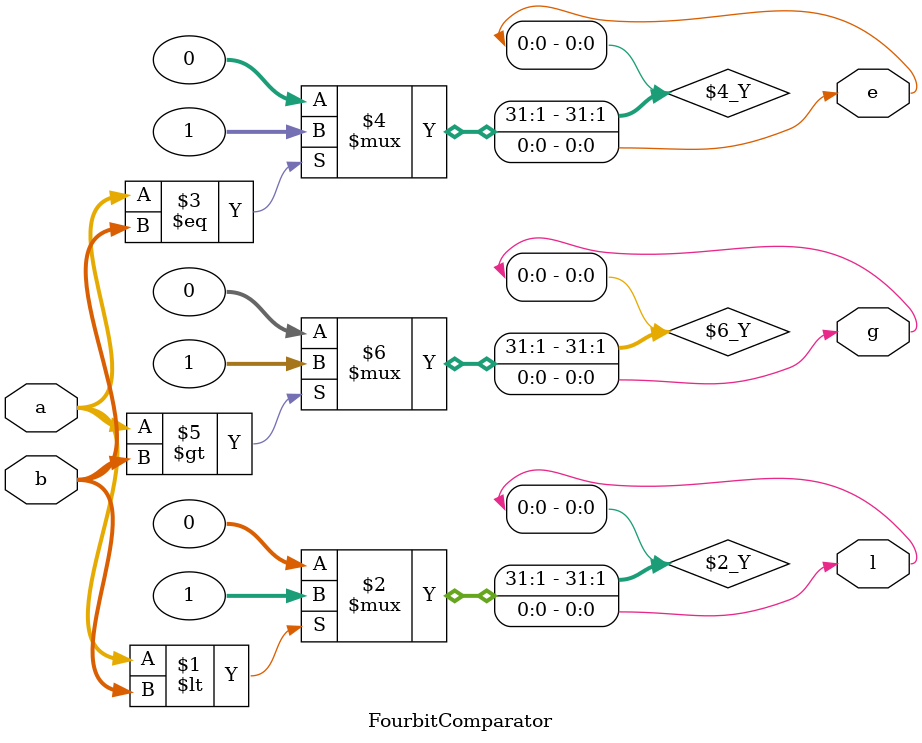
<source format=v>
module FourbitComparator(
    input [3:0]a,
    input [3:0]b,
    output l,e,g 
);
    assign l = (a<b)?1:0;
    assign e = (a==b)?1:0;
    assign g = (a>b)?1:0;

endmodule
</source>
